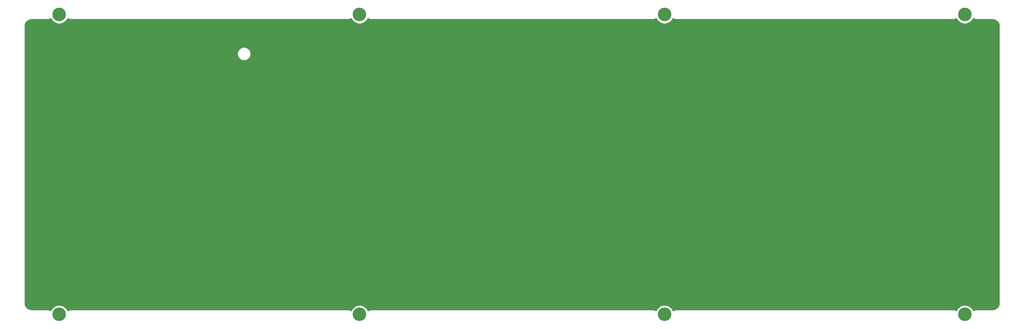
<source format=gbr>
G04 #@! TF.GenerationSoftware,KiCad,Pcbnew,(5.1.10-1-10_14)*
G04 #@! TF.CreationDate,2021-09-03T12:54:16-05:00*
G04 #@! TF.ProjectId,ori_bottom_plate,6f72695f-626f-4747-946f-6d5f706c6174,rev?*
G04 #@! TF.SameCoordinates,Original*
G04 #@! TF.FileFunction,Copper,L2,Bot*
G04 #@! TF.FilePolarity,Positive*
%FSLAX46Y46*%
G04 Gerber Fmt 4.6, Leading zero omitted, Abs format (unit mm)*
G04 Created by KiCad (PCBNEW (5.1.10-1-10_14)) date 2021-09-03 12:54:16*
%MOMM*%
%LPD*%
G01*
G04 APERTURE LIST*
G04 #@! TA.AperFunction,ComponentPad*
%ADD10C,3.500000*%
G04 #@! TD*
G04 #@! TA.AperFunction,ViaPad*
%ADD11C,0.500000*%
G04 #@! TD*
G04 #@! TA.AperFunction,Conductor*
%ADD12C,0.254000*%
G04 #@! TD*
G04 #@! TA.AperFunction,Conductor*
%ADD13C,0.100000*%
G04 #@! TD*
G04 APERTURE END LIST*
D10*
X311970354Y-117264265D03*
X311970354Y-39873575D03*
X233389042Y-117264265D03*
X233389042Y-39873575D03*
X155998322Y-117264265D03*
X155998322Y-39873575D03*
X389360818Y-39873640D03*
X389360818Y-117264200D03*
D11*
X385194165Y-59518840D03*
D12*
X309856794Y-41003296D02*
X310117804Y-41393924D01*
X310450005Y-41726125D01*
X310840633Y-41987135D01*
X311274675Y-42166921D01*
X311735452Y-42258575D01*
X312205256Y-42258575D01*
X312666033Y-42166921D01*
X313100075Y-41987135D01*
X313490703Y-41726125D01*
X313822904Y-41393924D01*
X314083914Y-41003296D01*
X314151142Y-40840992D01*
X314200060Y-40880889D01*
X314249879Y-40913988D01*
X314299242Y-40947788D01*
X314307349Y-40952170D01*
X314409934Y-41006716D01*
X314465241Y-41029511D01*
X314520219Y-41053075D01*
X314529023Y-41055800D01*
X314640249Y-41089381D01*
X314698900Y-41100994D01*
X314757437Y-41113437D01*
X314766602Y-41114400D01*
X314882233Y-41125738D01*
X314882237Y-41125738D01*
X314914220Y-41128888D01*
X386416488Y-41128888D01*
X386444470Y-41126132D01*
X386448039Y-41126157D01*
X386457211Y-41125258D01*
X386572758Y-41113114D01*
X386631361Y-41101084D01*
X386690119Y-41089876D01*
X386698941Y-41087212D01*
X386809930Y-41052855D01*
X386865012Y-41029701D01*
X386920536Y-41007268D01*
X386928672Y-41002941D01*
X387030874Y-40947681D01*
X387080442Y-40914246D01*
X387130523Y-40881475D01*
X387137664Y-40875651D01*
X387179890Y-40840719D01*
X387247258Y-41003361D01*
X387508268Y-41393989D01*
X387840469Y-41726190D01*
X388231097Y-41987200D01*
X388665139Y-42166986D01*
X389125916Y-42258640D01*
X389595720Y-42258640D01*
X390056497Y-42166986D01*
X390490539Y-41987200D01*
X390881167Y-41726190D01*
X391213368Y-41393989D01*
X391474378Y-41003361D01*
X391541651Y-40840950D01*
X391590620Y-40880889D01*
X391640439Y-40913988D01*
X391689802Y-40947788D01*
X391697909Y-40952170D01*
X391800494Y-41006716D01*
X391855801Y-41029511D01*
X391910779Y-41053075D01*
X391919583Y-41055800D01*
X392030809Y-41089381D01*
X392089460Y-41100994D01*
X392147997Y-41113437D01*
X392157162Y-41114400D01*
X392272793Y-41125738D01*
X392272808Y-41125738D01*
X392304801Y-41128888D01*
X396472881Y-41128761D01*
X396838861Y-41164646D01*
X397159864Y-41261562D01*
X397455930Y-41418983D01*
X397715777Y-41630909D01*
X397929515Y-41889272D01*
X398088998Y-42184230D01*
X398188154Y-42504552D01*
X398226411Y-42868543D01*
X398226410Y-114255541D01*
X398190524Y-114621531D01*
X398093607Y-114942538D01*
X397936187Y-115238599D01*
X397724259Y-115498448D01*
X397465896Y-115712186D01*
X397170940Y-115871668D01*
X396850618Y-115970824D01*
X396486642Y-116009079D01*
X392305169Y-116008952D01*
X392277177Y-116011708D01*
X392273596Y-116011683D01*
X392264425Y-116012582D01*
X392148877Y-116024726D01*
X392090267Y-116036757D01*
X392031517Y-116047964D01*
X392022695Y-116050628D01*
X391911706Y-116084985D01*
X391856624Y-116108139D01*
X391801100Y-116130572D01*
X391792964Y-116134899D01*
X391690762Y-116190159D01*
X391641171Y-116223609D01*
X391591113Y-116256365D01*
X391583972Y-116262189D01*
X391541746Y-116297121D01*
X391474378Y-116134479D01*
X391213368Y-115743851D01*
X390881167Y-115411650D01*
X390490539Y-115150640D01*
X390056497Y-114970854D01*
X389595720Y-114879200D01*
X389125916Y-114879200D01*
X388665139Y-114970854D01*
X388231097Y-115150640D01*
X387840469Y-115411650D01*
X387508268Y-115743851D01*
X387247258Y-116134479D01*
X387179985Y-116296890D01*
X387131016Y-116256952D01*
X387081212Y-116223863D01*
X387031834Y-116190053D01*
X387023728Y-116185670D01*
X386921142Y-116131125D01*
X386865856Y-116108338D01*
X386810857Y-116084765D01*
X386802054Y-116082040D01*
X386690827Y-116048459D01*
X386632176Y-116036846D01*
X386573639Y-116024403D01*
X386564474Y-116023440D01*
X386448844Y-116012102D01*
X386448838Y-116012102D01*
X386416855Y-116008952D01*
X314914689Y-116009017D01*
X314886717Y-116011772D01*
X314883137Y-116011747D01*
X314873966Y-116012646D01*
X314758418Y-116024790D01*
X314699808Y-116036821D01*
X314641058Y-116048028D01*
X314632236Y-116050692D01*
X314521247Y-116085049D01*
X314466165Y-116108203D01*
X314410641Y-116130636D01*
X314402505Y-116134963D01*
X314300303Y-116190223D01*
X314250712Y-116223673D01*
X314200654Y-116256429D01*
X314193513Y-116262253D01*
X314151283Y-116297188D01*
X314083914Y-116134544D01*
X313822904Y-115743916D01*
X313490703Y-115411715D01*
X313100075Y-115150705D01*
X312666033Y-114970919D01*
X312205256Y-114879265D01*
X311735452Y-114879265D01*
X311274675Y-114970919D01*
X310840633Y-115150705D01*
X310450005Y-115411715D01*
X310117804Y-115743916D01*
X309856794Y-116134544D01*
X309789523Y-116296951D01*
X309740557Y-116257016D01*
X309690753Y-116223927D01*
X309641375Y-116190117D01*
X309633269Y-116185734D01*
X309530683Y-116131189D01*
X309475397Y-116108402D01*
X309420398Y-116084829D01*
X309411595Y-116082104D01*
X309300368Y-116048523D01*
X309241717Y-116036910D01*
X309183180Y-116024467D01*
X309174015Y-116023504D01*
X309058385Y-116012166D01*
X309058370Y-116012166D01*
X309026397Y-116009017D01*
X236333405Y-116008952D01*
X236305423Y-116011708D01*
X236301852Y-116011683D01*
X236292681Y-116012582D01*
X236177133Y-116024726D01*
X236118523Y-116036757D01*
X236059773Y-116047964D01*
X236050951Y-116050628D01*
X235939962Y-116084985D01*
X235884880Y-116108139D01*
X235829356Y-116130572D01*
X235821220Y-116134899D01*
X235719018Y-116190159D01*
X235669427Y-116223609D01*
X235619369Y-116256365D01*
X235612228Y-116262189D01*
X235569959Y-116297157D01*
X235502602Y-116134544D01*
X235241592Y-115743916D01*
X234909391Y-115411715D01*
X234518763Y-115150705D01*
X234084721Y-114970919D01*
X233623944Y-114879265D01*
X233154140Y-114879265D01*
X232693363Y-114970919D01*
X232259321Y-115150705D01*
X231868693Y-115411715D01*
X231536492Y-115743916D01*
X231275482Y-116134544D01*
X231208237Y-116296887D01*
X231159272Y-116256952D01*
X231109468Y-116223863D01*
X231060090Y-116190053D01*
X231051984Y-116185670D01*
X230949398Y-116131125D01*
X230894112Y-116108338D01*
X230839113Y-116084765D01*
X230830310Y-116082040D01*
X230719083Y-116048459D01*
X230660432Y-116036846D01*
X230601895Y-116024403D01*
X230592730Y-116023440D01*
X230477100Y-116012102D01*
X230477094Y-116012102D01*
X230445111Y-116008952D01*
X158942657Y-116009017D01*
X158914685Y-116011772D01*
X158911105Y-116011747D01*
X158901934Y-116012646D01*
X158786386Y-116024790D01*
X158727776Y-116036821D01*
X158669026Y-116048028D01*
X158660204Y-116050692D01*
X158549215Y-116085049D01*
X158494133Y-116108203D01*
X158438609Y-116130636D01*
X158430473Y-116134963D01*
X158328271Y-116190223D01*
X158278680Y-116223673D01*
X158228622Y-116256429D01*
X158221481Y-116262253D01*
X158179251Y-116297188D01*
X158111882Y-116134544D01*
X157850872Y-115743916D01*
X157518671Y-115411715D01*
X157128043Y-115150705D01*
X156694001Y-114970919D01*
X156233224Y-114879265D01*
X155763420Y-114879265D01*
X155302643Y-114970919D01*
X154868601Y-115150705D01*
X154477973Y-115411715D01*
X154145772Y-115743916D01*
X153884762Y-116134544D01*
X153817491Y-116296951D01*
X153768525Y-116257016D01*
X153718721Y-116223927D01*
X153669343Y-116190117D01*
X153661237Y-116185734D01*
X153558651Y-116131189D01*
X153503365Y-116108402D01*
X153448366Y-116084829D01*
X153439563Y-116082104D01*
X153328336Y-116048523D01*
X153269685Y-116036910D01*
X153211148Y-116024467D01*
X153201983Y-116023504D01*
X153086353Y-116012166D01*
X153086341Y-116012166D01*
X153054354Y-116009016D01*
X148886389Y-116009080D01*
X148520399Y-115973194D01*
X148199392Y-115876277D01*
X147903331Y-115718857D01*
X147643482Y-115506929D01*
X147429744Y-115248566D01*
X147270262Y-114953610D01*
X147171106Y-114633288D01*
X147132850Y-114269307D01*
X147132850Y-49823061D01*
X201888474Y-49823061D01*
X201888474Y-50164827D01*
X201955149Y-50500025D01*
X202085937Y-50815775D01*
X202275811Y-51099942D01*
X202517476Y-51341607D01*
X202801643Y-51531481D01*
X203117393Y-51662269D01*
X203452591Y-51728944D01*
X203794357Y-51728944D01*
X204129555Y-51662269D01*
X204445305Y-51531481D01*
X204729472Y-51341607D01*
X204971137Y-51099942D01*
X205161011Y-50815775D01*
X205291799Y-50500025D01*
X205358474Y-50164827D01*
X205358474Y-49823061D01*
X205291799Y-49487863D01*
X205161011Y-49172113D01*
X204971137Y-48887946D01*
X204729472Y-48646281D01*
X204445305Y-48456407D01*
X204129555Y-48325619D01*
X203794357Y-48258944D01*
X203452591Y-48258944D01*
X203117393Y-48325619D01*
X202801643Y-48456407D01*
X202517476Y-48646281D01*
X202275811Y-48887946D01*
X202085937Y-49172113D01*
X201955149Y-49487863D01*
X201888474Y-49823061D01*
X147132850Y-49823061D01*
X147132850Y-42882299D01*
X147168736Y-42516309D01*
X147265652Y-42195306D01*
X147423073Y-41899240D01*
X147634999Y-41639393D01*
X147893362Y-41425655D01*
X148188320Y-41266172D01*
X148508642Y-41167016D01*
X148872618Y-41128761D01*
X153054163Y-41128888D01*
X153082155Y-41126132D01*
X153085735Y-41126157D01*
X153094907Y-41125258D01*
X153210454Y-41113114D01*
X153269057Y-41101084D01*
X153327815Y-41089876D01*
X153336637Y-41087212D01*
X153447626Y-41052855D01*
X153502708Y-41029701D01*
X153558232Y-41007268D01*
X153566368Y-41002941D01*
X153668570Y-40947681D01*
X153718138Y-40914246D01*
X153768219Y-40881475D01*
X153775360Y-40875651D01*
X153817463Y-40840821D01*
X153884762Y-41003296D01*
X154145772Y-41393924D01*
X154477973Y-41726125D01*
X154868601Y-41987135D01*
X155302643Y-42166921D01*
X155763420Y-42258575D01*
X156233224Y-42258575D01*
X156694001Y-42166921D01*
X157128043Y-41987135D01*
X157518671Y-41726125D01*
X157850872Y-41393924D01*
X158111882Y-41003296D01*
X158179183Y-40840817D01*
X158228316Y-40880889D01*
X158278135Y-40913988D01*
X158327498Y-40947788D01*
X158335605Y-40952170D01*
X158438190Y-41006716D01*
X158493497Y-41029511D01*
X158548475Y-41053075D01*
X158557279Y-41055800D01*
X158668505Y-41089381D01*
X158727156Y-41100994D01*
X158785693Y-41113437D01*
X158794858Y-41114400D01*
X158910489Y-41125738D01*
X158910493Y-41125738D01*
X158942476Y-41128888D01*
X230444744Y-41128888D01*
X230472726Y-41126132D01*
X230476295Y-41126157D01*
X230485467Y-41125258D01*
X230601014Y-41113114D01*
X230659617Y-41101084D01*
X230718375Y-41089876D01*
X230727197Y-41087212D01*
X230838186Y-41052855D01*
X230893268Y-41029701D01*
X230948792Y-41007268D01*
X230956928Y-41002941D01*
X231059130Y-40947681D01*
X231108698Y-40914246D01*
X231158779Y-40881475D01*
X231165920Y-40875651D01*
X231208142Y-40840722D01*
X231275482Y-41003296D01*
X231536492Y-41393924D01*
X231868693Y-41726125D01*
X232259321Y-41987135D01*
X232693363Y-42166921D01*
X233154140Y-42258575D01*
X233623944Y-42258575D01*
X234084721Y-42166921D01*
X234518763Y-41987135D01*
X234909391Y-41726125D01*
X235241592Y-41393924D01*
X235502602Y-41003296D01*
X235569863Y-40840914D01*
X235618876Y-40880889D01*
X235668695Y-40913988D01*
X235718058Y-40947788D01*
X235726165Y-40952170D01*
X235828750Y-41006716D01*
X235884057Y-41029511D01*
X235939035Y-41053075D01*
X235947839Y-41055800D01*
X236059065Y-41089381D01*
X236117716Y-41100994D01*
X236176253Y-41113437D01*
X236185418Y-41114400D01*
X236301049Y-41125738D01*
X236301053Y-41125738D01*
X236333036Y-41128888D01*
X309025928Y-41128888D01*
X309053910Y-41126132D01*
X309057479Y-41126157D01*
X309066651Y-41125258D01*
X309182198Y-41113114D01*
X309240801Y-41101084D01*
X309299559Y-41089876D01*
X309308381Y-41087212D01*
X309419370Y-41052855D01*
X309474452Y-41029701D01*
X309529976Y-41007268D01*
X309538112Y-41002941D01*
X309640314Y-40947681D01*
X309689882Y-40914246D01*
X309739963Y-40881475D01*
X309747104Y-40875651D01*
X309789421Y-40840643D01*
X309856794Y-41003296D01*
G04 #@! TA.AperFunction,Conductor*
D13*
G36*
X309856794Y-41003296D02*
G01*
X310117804Y-41393924D01*
X310450005Y-41726125D01*
X310840633Y-41987135D01*
X311274675Y-42166921D01*
X311735452Y-42258575D01*
X312205256Y-42258575D01*
X312666033Y-42166921D01*
X313100075Y-41987135D01*
X313490703Y-41726125D01*
X313822904Y-41393924D01*
X314083914Y-41003296D01*
X314151142Y-40840992D01*
X314200060Y-40880889D01*
X314249879Y-40913988D01*
X314299242Y-40947788D01*
X314307349Y-40952170D01*
X314409934Y-41006716D01*
X314465241Y-41029511D01*
X314520219Y-41053075D01*
X314529023Y-41055800D01*
X314640249Y-41089381D01*
X314698900Y-41100994D01*
X314757437Y-41113437D01*
X314766602Y-41114400D01*
X314882233Y-41125738D01*
X314882237Y-41125738D01*
X314914220Y-41128888D01*
X386416488Y-41128888D01*
X386444470Y-41126132D01*
X386448039Y-41126157D01*
X386457211Y-41125258D01*
X386572758Y-41113114D01*
X386631361Y-41101084D01*
X386690119Y-41089876D01*
X386698941Y-41087212D01*
X386809930Y-41052855D01*
X386865012Y-41029701D01*
X386920536Y-41007268D01*
X386928672Y-41002941D01*
X387030874Y-40947681D01*
X387080442Y-40914246D01*
X387130523Y-40881475D01*
X387137664Y-40875651D01*
X387179890Y-40840719D01*
X387247258Y-41003361D01*
X387508268Y-41393989D01*
X387840469Y-41726190D01*
X388231097Y-41987200D01*
X388665139Y-42166986D01*
X389125916Y-42258640D01*
X389595720Y-42258640D01*
X390056497Y-42166986D01*
X390490539Y-41987200D01*
X390881167Y-41726190D01*
X391213368Y-41393989D01*
X391474378Y-41003361D01*
X391541651Y-40840950D01*
X391590620Y-40880889D01*
X391640439Y-40913988D01*
X391689802Y-40947788D01*
X391697909Y-40952170D01*
X391800494Y-41006716D01*
X391855801Y-41029511D01*
X391910779Y-41053075D01*
X391919583Y-41055800D01*
X392030809Y-41089381D01*
X392089460Y-41100994D01*
X392147997Y-41113437D01*
X392157162Y-41114400D01*
X392272793Y-41125738D01*
X392272808Y-41125738D01*
X392304801Y-41128888D01*
X396472881Y-41128761D01*
X396838861Y-41164646D01*
X397159864Y-41261562D01*
X397455930Y-41418983D01*
X397715777Y-41630909D01*
X397929515Y-41889272D01*
X398088998Y-42184230D01*
X398188154Y-42504552D01*
X398226411Y-42868543D01*
X398226410Y-114255541D01*
X398190524Y-114621531D01*
X398093607Y-114942538D01*
X397936187Y-115238599D01*
X397724259Y-115498448D01*
X397465896Y-115712186D01*
X397170940Y-115871668D01*
X396850618Y-115970824D01*
X396486642Y-116009079D01*
X392305169Y-116008952D01*
X392277177Y-116011708D01*
X392273596Y-116011683D01*
X392264425Y-116012582D01*
X392148877Y-116024726D01*
X392090267Y-116036757D01*
X392031517Y-116047964D01*
X392022695Y-116050628D01*
X391911706Y-116084985D01*
X391856624Y-116108139D01*
X391801100Y-116130572D01*
X391792964Y-116134899D01*
X391690762Y-116190159D01*
X391641171Y-116223609D01*
X391591113Y-116256365D01*
X391583972Y-116262189D01*
X391541746Y-116297121D01*
X391474378Y-116134479D01*
X391213368Y-115743851D01*
X390881167Y-115411650D01*
X390490539Y-115150640D01*
X390056497Y-114970854D01*
X389595720Y-114879200D01*
X389125916Y-114879200D01*
X388665139Y-114970854D01*
X388231097Y-115150640D01*
X387840469Y-115411650D01*
X387508268Y-115743851D01*
X387247258Y-116134479D01*
X387179985Y-116296890D01*
X387131016Y-116256952D01*
X387081212Y-116223863D01*
X387031834Y-116190053D01*
X387023728Y-116185670D01*
X386921142Y-116131125D01*
X386865856Y-116108338D01*
X386810857Y-116084765D01*
X386802054Y-116082040D01*
X386690827Y-116048459D01*
X386632176Y-116036846D01*
X386573639Y-116024403D01*
X386564474Y-116023440D01*
X386448844Y-116012102D01*
X386448838Y-116012102D01*
X386416855Y-116008952D01*
X314914689Y-116009017D01*
X314886717Y-116011772D01*
X314883137Y-116011747D01*
X314873966Y-116012646D01*
X314758418Y-116024790D01*
X314699808Y-116036821D01*
X314641058Y-116048028D01*
X314632236Y-116050692D01*
X314521247Y-116085049D01*
X314466165Y-116108203D01*
X314410641Y-116130636D01*
X314402505Y-116134963D01*
X314300303Y-116190223D01*
X314250712Y-116223673D01*
X314200654Y-116256429D01*
X314193513Y-116262253D01*
X314151283Y-116297188D01*
X314083914Y-116134544D01*
X313822904Y-115743916D01*
X313490703Y-115411715D01*
X313100075Y-115150705D01*
X312666033Y-114970919D01*
X312205256Y-114879265D01*
X311735452Y-114879265D01*
X311274675Y-114970919D01*
X310840633Y-115150705D01*
X310450005Y-115411715D01*
X310117804Y-115743916D01*
X309856794Y-116134544D01*
X309789523Y-116296951D01*
X309740557Y-116257016D01*
X309690753Y-116223927D01*
X309641375Y-116190117D01*
X309633269Y-116185734D01*
X309530683Y-116131189D01*
X309475397Y-116108402D01*
X309420398Y-116084829D01*
X309411595Y-116082104D01*
X309300368Y-116048523D01*
X309241717Y-116036910D01*
X309183180Y-116024467D01*
X309174015Y-116023504D01*
X309058385Y-116012166D01*
X309058370Y-116012166D01*
X309026397Y-116009017D01*
X236333405Y-116008952D01*
X236305423Y-116011708D01*
X236301852Y-116011683D01*
X236292681Y-116012582D01*
X236177133Y-116024726D01*
X236118523Y-116036757D01*
X236059773Y-116047964D01*
X236050951Y-116050628D01*
X235939962Y-116084985D01*
X235884880Y-116108139D01*
X235829356Y-116130572D01*
X235821220Y-116134899D01*
X235719018Y-116190159D01*
X235669427Y-116223609D01*
X235619369Y-116256365D01*
X235612228Y-116262189D01*
X235569959Y-116297157D01*
X235502602Y-116134544D01*
X235241592Y-115743916D01*
X234909391Y-115411715D01*
X234518763Y-115150705D01*
X234084721Y-114970919D01*
X233623944Y-114879265D01*
X233154140Y-114879265D01*
X232693363Y-114970919D01*
X232259321Y-115150705D01*
X231868693Y-115411715D01*
X231536492Y-115743916D01*
X231275482Y-116134544D01*
X231208237Y-116296887D01*
X231159272Y-116256952D01*
X231109468Y-116223863D01*
X231060090Y-116190053D01*
X231051984Y-116185670D01*
X230949398Y-116131125D01*
X230894112Y-116108338D01*
X230839113Y-116084765D01*
X230830310Y-116082040D01*
X230719083Y-116048459D01*
X230660432Y-116036846D01*
X230601895Y-116024403D01*
X230592730Y-116023440D01*
X230477100Y-116012102D01*
X230477094Y-116012102D01*
X230445111Y-116008952D01*
X158942657Y-116009017D01*
X158914685Y-116011772D01*
X158911105Y-116011747D01*
X158901934Y-116012646D01*
X158786386Y-116024790D01*
X158727776Y-116036821D01*
X158669026Y-116048028D01*
X158660204Y-116050692D01*
X158549215Y-116085049D01*
X158494133Y-116108203D01*
X158438609Y-116130636D01*
X158430473Y-116134963D01*
X158328271Y-116190223D01*
X158278680Y-116223673D01*
X158228622Y-116256429D01*
X158221481Y-116262253D01*
X158179251Y-116297188D01*
X158111882Y-116134544D01*
X157850872Y-115743916D01*
X157518671Y-115411715D01*
X157128043Y-115150705D01*
X156694001Y-114970919D01*
X156233224Y-114879265D01*
X155763420Y-114879265D01*
X155302643Y-114970919D01*
X154868601Y-115150705D01*
X154477973Y-115411715D01*
X154145772Y-115743916D01*
X153884762Y-116134544D01*
X153817491Y-116296951D01*
X153768525Y-116257016D01*
X153718721Y-116223927D01*
X153669343Y-116190117D01*
X153661237Y-116185734D01*
X153558651Y-116131189D01*
X153503365Y-116108402D01*
X153448366Y-116084829D01*
X153439563Y-116082104D01*
X153328336Y-116048523D01*
X153269685Y-116036910D01*
X153211148Y-116024467D01*
X153201983Y-116023504D01*
X153086353Y-116012166D01*
X153086341Y-116012166D01*
X153054354Y-116009016D01*
X148886389Y-116009080D01*
X148520399Y-115973194D01*
X148199392Y-115876277D01*
X147903331Y-115718857D01*
X147643482Y-115506929D01*
X147429744Y-115248566D01*
X147270262Y-114953610D01*
X147171106Y-114633288D01*
X147132850Y-114269307D01*
X147132850Y-49823061D01*
X201888474Y-49823061D01*
X201888474Y-50164827D01*
X201955149Y-50500025D01*
X202085937Y-50815775D01*
X202275811Y-51099942D01*
X202517476Y-51341607D01*
X202801643Y-51531481D01*
X203117393Y-51662269D01*
X203452591Y-51728944D01*
X203794357Y-51728944D01*
X204129555Y-51662269D01*
X204445305Y-51531481D01*
X204729472Y-51341607D01*
X204971137Y-51099942D01*
X205161011Y-50815775D01*
X205291799Y-50500025D01*
X205358474Y-50164827D01*
X205358474Y-49823061D01*
X205291799Y-49487863D01*
X205161011Y-49172113D01*
X204971137Y-48887946D01*
X204729472Y-48646281D01*
X204445305Y-48456407D01*
X204129555Y-48325619D01*
X203794357Y-48258944D01*
X203452591Y-48258944D01*
X203117393Y-48325619D01*
X202801643Y-48456407D01*
X202517476Y-48646281D01*
X202275811Y-48887946D01*
X202085937Y-49172113D01*
X201955149Y-49487863D01*
X201888474Y-49823061D01*
X147132850Y-49823061D01*
X147132850Y-42882299D01*
X147168736Y-42516309D01*
X147265652Y-42195306D01*
X147423073Y-41899240D01*
X147634999Y-41639393D01*
X147893362Y-41425655D01*
X148188320Y-41266172D01*
X148508642Y-41167016D01*
X148872618Y-41128761D01*
X153054163Y-41128888D01*
X153082155Y-41126132D01*
X153085735Y-41126157D01*
X153094907Y-41125258D01*
X153210454Y-41113114D01*
X153269057Y-41101084D01*
X153327815Y-41089876D01*
X153336637Y-41087212D01*
X153447626Y-41052855D01*
X153502708Y-41029701D01*
X153558232Y-41007268D01*
X153566368Y-41002941D01*
X153668570Y-40947681D01*
X153718138Y-40914246D01*
X153768219Y-40881475D01*
X153775360Y-40875651D01*
X153817463Y-40840821D01*
X153884762Y-41003296D01*
X154145772Y-41393924D01*
X154477973Y-41726125D01*
X154868601Y-41987135D01*
X155302643Y-42166921D01*
X155763420Y-42258575D01*
X156233224Y-42258575D01*
X156694001Y-42166921D01*
X157128043Y-41987135D01*
X157518671Y-41726125D01*
X157850872Y-41393924D01*
X158111882Y-41003296D01*
X158179183Y-40840817D01*
X158228316Y-40880889D01*
X158278135Y-40913988D01*
X158327498Y-40947788D01*
X158335605Y-40952170D01*
X158438190Y-41006716D01*
X158493497Y-41029511D01*
X158548475Y-41053075D01*
X158557279Y-41055800D01*
X158668505Y-41089381D01*
X158727156Y-41100994D01*
X158785693Y-41113437D01*
X158794858Y-41114400D01*
X158910489Y-41125738D01*
X158910493Y-41125738D01*
X158942476Y-41128888D01*
X230444744Y-41128888D01*
X230472726Y-41126132D01*
X230476295Y-41126157D01*
X230485467Y-41125258D01*
X230601014Y-41113114D01*
X230659617Y-41101084D01*
X230718375Y-41089876D01*
X230727197Y-41087212D01*
X230838186Y-41052855D01*
X230893268Y-41029701D01*
X230948792Y-41007268D01*
X230956928Y-41002941D01*
X231059130Y-40947681D01*
X231108698Y-40914246D01*
X231158779Y-40881475D01*
X231165920Y-40875651D01*
X231208142Y-40840722D01*
X231275482Y-41003296D01*
X231536492Y-41393924D01*
X231868693Y-41726125D01*
X232259321Y-41987135D01*
X232693363Y-42166921D01*
X233154140Y-42258575D01*
X233623944Y-42258575D01*
X234084721Y-42166921D01*
X234518763Y-41987135D01*
X234909391Y-41726125D01*
X235241592Y-41393924D01*
X235502602Y-41003296D01*
X235569863Y-40840914D01*
X235618876Y-40880889D01*
X235668695Y-40913988D01*
X235718058Y-40947788D01*
X235726165Y-40952170D01*
X235828750Y-41006716D01*
X235884057Y-41029511D01*
X235939035Y-41053075D01*
X235947839Y-41055800D01*
X236059065Y-41089381D01*
X236117716Y-41100994D01*
X236176253Y-41113437D01*
X236185418Y-41114400D01*
X236301049Y-41125738D01*
X236301053Y-41125738D01*
X236333036Y-41128888D01*
X309025928Y-41128888D01*
X309053910Y-41126132D01*
X309057479Y-41126157D01*
X309066651Y-41125258D01*
X309182198Y-41113114D01*
X309240801Y-41101084D01*
X309299559Y-41089876D01*
X309308381Y-41087212D01*
X309419370Y-41052855D01*
X309474452Y-41029701D01*
X309529976Y-41007268D01*
X309538112Y-41002941D01*
X309640314Y-40947681D01*
X309689882Y-40914246D01*
X309739963Y-40881475D01*
X309747104Y-40875651D01*
X309789421Y-40840643D01*
X309856794Y-41003296D01*
G37*
G04 #@! TD.AperFunction*
M02*

</source>
